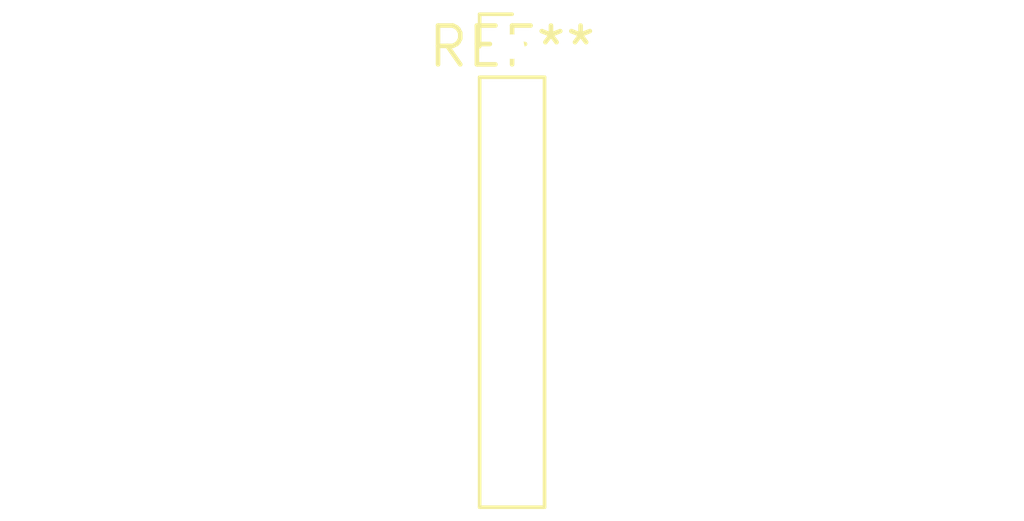
<source format=kicad_pcb>
(kicad_pcb (version 20240108) (generator pcbnew)
  (layers (0 "F.Cu" signal) (31 "B.Cu" signal) (34 "B.Paste" user) (35 "F.Paste" user) (36 "B.SilkS" user "B.Silkscreen") (37 "F.SilkS" user "F.Silkscreen") (38 "B.Mask" user) (39 "F.Mask" user) (44 "Edge.Cuts" user))
  (net 0 "")
  (footprint "PinHeader_1x08_P2.00mm_Vertical" (layer "F.Cu") (at 0 0)
    (property "Reference" "REF**")
    (property "Value" "PinHeader_1x08_P2.00mm_Vertical")
    (fp_line (start -1.06 -1.06) (end 0 -1.06) (layer "F.SilkS") (stroke (width 0.12)))
    (fp_line (start -1.06 0) (end -1.06 -1.06) (layer "F.SilkS") (stroke (width 0.12)))
    (fp_line (start -1.06 1) (end -1.06 15.06) (layer "F.SilkS") (stroke (width 0.12)))
    (fp_line (start -1.06 1) (end 1.06 1) (layer "F.SilkS") (stroke (width 0.12)))
    (fp_line (start -1.06 15.06) (end 1.06 15.06) (layer "F.SilkS") (stroke (width 0.12)))
    (fp_line (start 1.06 1) (end 1.06 15.06) (layer "F.SilkS") (stroke (width 0.12)))
    (pad "1" thru_hole rect (at 0 0) (size 1.35 1.35) (drill 0.8) (layers *.Cu *.Mask) (remove_unused_layers))
    (pad "2" thru_hole oval (at 0 2) (size 1.35 1.35) (drill 0.8) (layers *.Cu *.Mask) (remove_unused_layers))
    (pad "3" thru_hole oval (at 0 4) (size 1.35 1.35) (drill 0.8) (layers *.Cu *.Mask) (remove_unused_layers))
    (pad "4" thru_hole oval (at 0 6) (size 1.35 1.35) (drill 0.8) (layers *.Cu *.Mask) (remove_unused_layers))
    (pad "5" thru_hole oval (at 0 8) (size 1.35 1.35) (drill 0.8) (layers *.Cu *.Mask) (remove_unused_layers))
    (pad "6" thru_hole oval (at 0 10) (size 1.35 1.35) (drill 0.8) (layers *.Cu *.Mask) (remove_unused_layers))
    (pad "7" thru_hole oval (at 0 12) (size 1.35 1.35) (drill 0.8) (layers *.Cu *.Mask) (remove_unused_layers))
    (pad "8" thru_hole oval (at 0 14) (size 1.35 1.35) (drill 0.8) (layers *.Cu *.Mask) (remove_unused_layers))
  )
)
</source>
